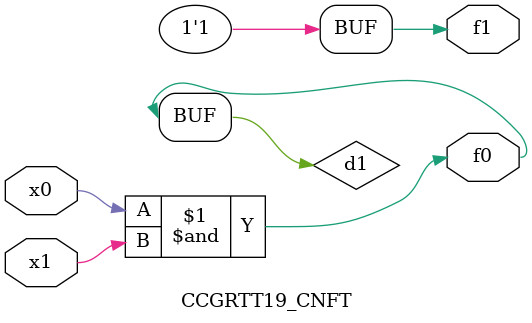
<source format=v>
module CCGRTT19_CNFT(
	input x0, x1,
	output f0, f1
);

	wire d1;

	assign f0 = d1;
	and (d1, x0, x1);
	assign f1 = 1'b1;
endmodule

</source>
